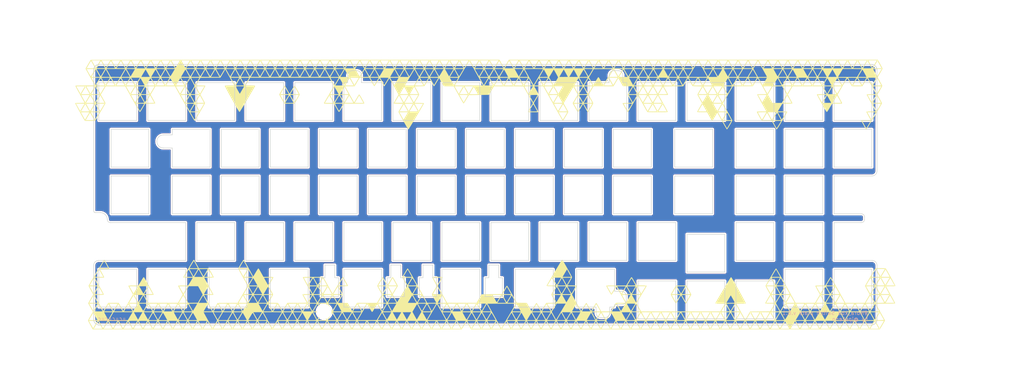
<source format=kicad_pcb>
(kicad_pcb (version 20171130) (host pcbnew "(5.1.10-1-10_14)")
  (layers (0 F.Cu signal) (31 B.Cu signal) (34 B.Paste user) (35 F.Paste user) (36 B.SilkS user) (37 F.SilkS user) (38 B.Mask user) (39 F.Mask user) (44 Edge.Cuts user))
  (net 0 "")
  (module locallib:Nora_silk (layer F.Cu) (at 155.9 31.3 180)
    (fp_text reference G*** hide)
    (fp_text value LOGO hide)
  )
  (module locallib:Nora_mask (layer F.Cu) (at 159.65 31.18 180)
    (fp_text reference G*** hide)
    (fp_text value LOGO hide)
  )
  (module locallib:Nora_mask (layer F.Cu) (at 156.88 104.2)
    (fp_text reference G*** hide)
    (fp_text value LOGO hide)
  )
  (module locallib:Nora_silk (layer F.Cu) (at 160.6 104.15)
    (fp_text reference G*** hide)
    (fp_text value LOGO hide)
  )
  (module MountingHole:MountingHole_5.3mm_M5 (layer F.Cu) (at 99.6 110.36)
    (fp_text reference REF** hide)
    (fp_text value MountingHole_5.3mm_M5)
    (pad 1 np_thru_hole circle (at 0 0) (size 5.3 5.3) (drill 5.3) (layers *.Cu *.Mask))
  )
  (gr_text JLCJLCJLCJLC (at 22.3 113.2) (layer B.SilkS) (effects (font (size 1 1)) (justify mirror)))
  (gr_text "#Nora_kbd Switch plate v.0.1\nby @jpskenn" (at 297.8 112) (layer B.SilkS) (effects (font (size 1.4 1.4) (thickness 0.16)) (justify left mirror)))
  (gr_line (start 49.086057 91.732274) (end 17.346366 91.732274) (layer Edge.Cuts) (width 0.2))
  (gr_line (start 17.976426 74.284637) (end 16.082366 74.288518) (layer Edge.Cuts) (width 0.2))
  (gr_line (start 207.856826 107.852411) (end 205.353884 107.853477) (layer Edge.Cuts) (width 0.2))
  (gr_line (start 207.855771 102.936116) (end 205.353884 102.936821) (layer Edge.Cuts) (width 0.2))
  (gr_line (start 299.193938 60.932029) (end 285.320638 60.932029) (layer Edge.Cuts) (width 0.2))
  (gr_line (start 295.267895 74.730899) (end 285.320638 74.731954) (layer Edge.Cuts) (width 0.2))
  (gr_line (start 295.26824 77.932348) (end 285.320638 77.932348) (layer Edge.Cuts) (width 0.2))
  (gr_line (start 198.591846 110.793869) (end 198.591846 108.732243) (layer Edge.Cuts) (width 0.2))
  (gr_line (start 203.596696 110.791748) (end 203.59422 108.732243) (layer Edge.Cuts) (width 0.2))
  (gr_line (start 300.957822 113.233669) (end 300.957822 93.496158) (layer Edge.Cuts) (width 0.2))
  (gr_line (start 300.957822 59.168144) (end 300.957822 22.307192) (layer Edge.Cuts) (width 0.2))
  (gr_line (start 208.418805 26.931745) (end 208.418805 24.321901) (layer Edge.Cuts) (width 0.2))
  (gr_line (start 113.153164 26.931745) (end 113.153164 24.321901) (layer Edge.Cuts) (width 0.2))
  (gr_line (start 281.254186 108.732243) (end 281.254186 94.932668) (layer Edge.Cuts) (width 0.2))
  (gr_line (start 191.554309 94.932668) (end 205.353884 94.932668) (layer Edge.Cuts) (width 0.2))
  (gr_line (start 191.554309 108.732243) (end 191.554309 94.932668) (layer Edge.Cuts) (width 0.2))
  (gr_curve (pts (xy 102.102079 110.35784) (xy 102.102079 111.740364) (xy 100.97954 112.862547) (xy 99.597355 112.862547)) (layer Edge.Cuts) (width 0.2))
  (gr_curve (pts (xy 99.597355 107.853477) (xy 100.97954 107.853477) (xy 102.102079 108.97566) (xy 102.102079 110.35784)) (layer Edge.Cuts) (width 0.2))
  (gr_curve (pts (xy 203.080923 112.040582) (xy 202.750023 112.371838) (xy 202.3013 112.557754) (xy 201.832811 112.557754)) (layer Edge.Cuts) (width 0.2))
  (gr_curve (pts (xy 203.596696 110.791748) (xy 203.597406 111.259882) (xy 203.411845 111.709326) (xy 203.080923 112.040582)) (layer Edge.Cuts) (width 0.2))
  (gr_line (start 205.353884 108.732243) (end 203.59422 108.732243) (layer Edge.Cuts) (width 0.2))
  (gr_line (start 205.353884 107.853477) (end 205.353884 108.732243) (layer Edge.Cuts) (width 0.2))
  (gr_line (start 169.230221 108.732243) (end 183.030152 108.732243) (layer Edge.Cuts) (width 0.2))
  (gr_line (start 169.230221 94.932668) (end 169.230221 108.732243) (layer Edge.Cuts) (width 0.2))
  (gr_line (start 183.030152 94.932668) (end 169.230221 94.932668) (layer Edge.Cuts) (width 0.2))
  (gr_line (start 183.030152 108.732243) (end 183.030152 94.932668) (layer Edge.Cuts) (width 0.2))
  (gr_line (start 285.312865 108.732243) (end 299.112806 108.732243) (layer Edge.Cuts) (width 0.2))
  (gr_line (start 285.312865 94.932668) (end 285.312865 108.732243) (layer Edge.Cuts) (width 0.2))
  (gr_line (start 299.112806 94.932668) (end 285.312865 94.932668) (layer Edge.Cuts) (width 0.2))
  (gr_line (start 299.112806 108.732243) (end 299.112806 94.932668) (layer Edge.Cuts) (width 0.2))
  (gr_line (start 267.454245 108.732243) (end 281.254186 108.732243) (layer Edge.Cuts) (width 0.2))
  (gr_line (start 267.454245 94.932668) (end 267.454245 108.732243) (layer Edge.Cuts) (width 0.2))
  (gr_line (start 281.254186 94.932668) (end 267.454245 94.932668) (layer Edge.Cuts) (width 0.2))
  (gr_line (start 106.723448 94.932668) (end 106.723448 108.732243) (layer Edge.Cuts) (width 0.2))
  (gr_line (start 120.523378 94.932668) (end 106.723448 94.932668) (layer Edge.Cuts) (width 0.2))
  (gr_line (start 120.523378 108.732243) (end 120.523378 94.932668) (layer Edge.Cuts) (width 0.2))
  (gr_line (start 198.591846 108.732243) (end 191.554309 108.732243) (layer Edge.Cuts) (width 0.2))
  (gr_curve (pts (xy 199.108674 112.041292) (xy 198.777751 111.710381) (xy 198.591846 111.262003) (xy 198.591846 110.793869)) (layer Edge.Cuts) (width 0.2))
  (gr_curve (pts (xy 200.35573 112.557754) (xy 199.887952 112.557754) (xy 199.439208 112.372193) (xy 199.108674 112.041292)) (layer Edge.Cuts) (width 0.2))
  (gr_line (start 201.832811 112.557754) (end 200.35573 112.557754) (layer Edge.Cuts) (width 0.2))
  (gr_line (start 231.734529 99.181865) (end 231.734529 112.98179) (layer Edge.Cuts) (width 0.2))
  (gr_curve (pts (xy 209.62 106.225404) (xy 209.62 107.199427) (xy 208.830838 107.852411) (xy 207.856826 107.852411)) (layer Edge.Cuts) (width 0.2))
  (gr_curve (pts (xy 207.855771 102.936116) (xy 208.323549 102.936116) (xy 208.772637 103.122027) (xy 209.103194 103.452583)) (layer Edge.Cuts) (width 0.2))
  (gr_line (start 205.353884 94.932668) (end 205.353884 102.936821) (layer Edge.Cuts) (width 0.2))
  (gr_line (start 227.675485 112.98179) (end 227.675485 99.181865) (layer Edge.Cuts) (width 0.2))
  (gr_line (start 263.392724 99.181865) (end 249.593149 99.181865) (layer Edge.Cuts) (width 0.2))
  (gr_line (start 134.191018 104.88168) (end 134.191018 98.031459) (layer Edge.Cuts) (width 0.2))
  (gr_line (start 140.490197 104.88168) (end 134.191018 104.88168) (layer Edge.Cuts) (width 0.2))
  (gr_line (start 140.490197 98.031459) (end 140.490197 104.88168) (layer Edge.Cuts) (width 0.2))
  (gr_line (start 139.141532 98.031459) (end 140.490197 98.031459) (layer Edge.Cuts) (width 0.2))
  (gr_line (start 139.141532 93.383272) (end 139.141532 98.031459) (layer Edge.Cuts) (width 0.2))
  (gr_line (start 135.542148 93.383272) (end 139.141532 93.383272) (layer Edge.Cuts) (width 0.2))
  (gr_line (start 159.54015 98.031459) (end 159.54015 93.383272) (layer Edge.Cuts) (width 0.2))
  (gr_line (start 158.191484 98.031459) (end 159.54015 98.031459) (layer Edge.Cuts) (width 0.2))
  (gr_line (start 158.191484 104.88168) (end 158.191484 98.031459) (layer Edge.Cuts) (width 0.2))
  (gr_line (start 164.490664 104.88168) (end 158.191484 104.88168) (layer Edge.Cuts) (width 0.2))
  (gr_line (start 245.534104 99.181865) (end 231.734529 99.181865) (layer Edge.Cuts) (width 0.2))
  (gr_line (start 62.072834 43.932062) (end 62.072834 57.731637) (layer Edge.Cuts) (width 0.2))
  (gr_line (start 75.872759 43.932062) (end 62.072834 43.932062) (layer Edge.Cuts) (width 0.2))
  (gr_line (start 75.872759 57.731637) (end 75.872759 43.932062) (layer Edge.Cuts) (width 0.2))
  (gr_line (start 79.931809 57.731637) (end 93.731384 57.731637) (layer Edge.Cuts) (width 0.2))
  (gr_line (start 79.931809 43.932062) (end 79.931809 57.731637) (layer Edge.Cuts) (width 0.2))
  (gr_line (start 93.731384 43.932062) (end 79.931809 43.932062) (layer Edge.Cuts) (width 0.2))
  (gr_line (start 93.731384 57.731637) (end 93.731384 43.932062) (layer Edge.Cuts) (width 0.2))
  (gr_line (start 97.790434 57.731637) (end 111.59001 57.731637) (layer Edge.Cuts) (width 0.2))
  (gr_line (start 97.790434 43.932062) (end 97.790434 57.731637) (layer Edge.Cuts) (width 0.2))
  (gr_line (start 111.59001 43.932062) (end 97.790434 43.932062) (layer Edge.Cuts) (width 0.2))
  (gr_line (start 111.59001 57.731637) (end 111.59001 43.932062) (layer Edge.Cuts) (width 0.2))
  (gr_line (start 169.227756 57.731637) (end 183.030152 57.731637) (layer Edge.Cuts) (width 0.2))
  (gr_line (start 169.227756 43.932062) (end 169.227756 57.731637) (layer Edge.Cuts) (width 0.2))
  (gr_line (start 183.030152 43.932062) (end 169.227756 43.932062) (layer Edge.Cuts) (width 0.2))
  (gr_line (start 183.030152 57.731637) (end 183.030152 43.932062) (layer Edge.Cuts) (width 0.2))
  (gr_line (start 133.51015 57.731637) (end 147.310081 57.731637) (layer Edge.Cuts) (width 0.2))
  (gr_line (start 133.51015 43.932062) (end 133.51015 57.731637) (layer Edge.Cuts) (width 0.2))
  (gr_line (start 147.310081 43.932062) (end 133.51015 43.932062) (layer Edge.Cuts) (width 0.2))
  (gr_line (start 147.310081 57.731637) (end 147.310081 43.932062) (layer Edge.Cuts) (width 0.2))
  (gr_line (start 151.369136 57.731637) (end 165.1687 57.731637) (layer Edge.Cuts) (width 0.2))
  (gr_line (start 151.369136 43.932062) (end 151.369136 57.731637) (layer Edge.Cuts) (width 0.2))
  (gr_line (start 165.1687 43.932062) (end 151.369136 43.932062) (layer Edge.Cuts) (width 0.2))
  (gr_line (start 165.1687 57.731637) (end 165.1687 43.932062) (layer Edge.Cuts) (width 0.2))
  (gr_line (start 187.088852 57.731637) (end 200.888771 57.731637) (layer Edge.Cuts) (width 0.2))
  (gr_line (start 187.088852 43.932062) (end 187.088852 57.731637) (layer Edge.Cuts) (width 0.2))
  (gr_line (start 200.888771 43.932062) (end 187.088852 43.932062) (layer Edge.Cuts) (width 0.2))
  (gr_line (start 200.888771 57.731637) (end 200.888771 43.932062) (layer Edge.Cuts) (width 0.2))
  (gr_line (start 267.462018 57.731637) (end 281.261593 57.731637) (layer Edge.Cuts) (width 0.2))
  (gr_line (start 267.462018 43.932062) (end 267.462018 57.731637) (layer Edge.Cuts) (width 0.2))
  (gr_line (start 281.261593 43.932062) (end 267.462018 43.932062) (layer Edge.Cuts) (width 0.2))
  (gr_line (start 281.261593 57.731637) (end 281.261593 43.932062) (layer Edge.Cuts) (width 0.2))
  (gr_line (start 213.875543 112.98179) (end 227.675485 112.98179) (layer Edge.Cuts) (width 0.2))
  (gr_line (start 93.733855 108.732243) (end 93.733855 94.932668) (layer Edge.Cuts) (width 0.2))
  (gr_line (start 142.441053 108.732243) (end 156.240629 108.732243) (layer Edge.Cuts) (width 0.2))
  (gr_line (start 142.441053 94.932668) (end 142.441053 108.732243) (layer Edge.Cuts) (width 0.2))
  (gr_line (start 156.240629 94.932668) (end 142.441053 94.932668) (layer Edge.Cuts) (width 0.2))
  (gr_line (start 156.240629 108.732243) (end 156.240629 94.932668) (layer Edge.Cuts) (width 0.2))
  (gr_line (start 106.723448 108.732243) (end 120.523378 108.732243) (layer Edge.Cuts) (width 0.2))
  (gr_line (start 245.539401 82.181901) (end 231.737005 82.181901) (layer Edge.Cuts) (width 0.2))
  (gr_line (start 245.539401 95.981471) (end 245.539401 82.181901) (layer Edge.Cuts) (width 0.2))
  (gr_line (start 135.542148 98.031459) (end 135.542148 93.383272) (layer Edge.Cuts) (width 0.2))
  (gr_line (start 134.191018 98.031459) (end 135.542148 98.031459) (layer Edge.Cuts) (width 0.2))
  (gr_line (start 79.931809 60.932029) (end 79.931809 74.731954) (layer Edge.Cuts) (width 0.2))
  (gr_line (start 93.731384 60.932029) (end 79.931809 60.932029) (layer Edge.Cuts) (width 0.2))
  (gr_line (start 93.731384 74.731954) (end 93.731384 60.932029) (layer Edge.Cuts) (width 0.2))
  (gr_line (start 97.790434 74.731954) (end 111.59001 74.731954) (layer Edge.Cuts) (width 0.2))
  (gr_line (start 97.790434 60.932029) (end 97.790434 74.731954) (layer Edge.Cuts) (width 0.2))
  (gr_line (start 111.59001 60.932029) (end 97.790434 60.932029) (layer Edge.Cuts) (width 0.2))
  (gr_line (start 111.59001 74.731954) (end 111.59001 60.932029) (layer Edge.Cuts) (width 0.2))
  (gr_line (start 245.534104 112.98179) (end 245.534104 99.181865) (layer Edge.Cuts) (width 0.2))
  (gr_line (start 88.859886 77.932348) (end 88.859886 91.732274) (layer Edge.Cuts) (width 0.2))
  (gr_line (start 102.659462 77.932348) (end 88.859886 77.932348) (layer Edge.Cuts) (width 0.2))
  (gr_line (start 102.659462 91.732274) (end 102.659462 77.932348) (layer Edge.Cuts) (width 0.2))
  (gr_line (start 53.142286 91.732274) (end 66.942211 91.732274) (layer Edge.Cuts) (width 0.2))
  (gr_line (start 53.142286 77.932348) (end 53.142286 91.732274) (layer Edge.Cuts) (width 0.2))
  (gr_line (start 66.942211 77.932348) (end 53.142286 77.932348) (layer Edge.Cuts) (width 0.2))
  (gr_line (start 66.942211 91.732274) (end 66.942211 77.932348) (layer Edge.Cuts) (width 0.2))
  (gr_line (start 71.000911 91.732274) (end 84.800836 91.732274) (layer Edge.Cuts) (width 0.2))
  (gr_line (start 71.000911 77.932348) (end 71.000911 91.732274) (layer Edge.Cuts) (width 0.2))
  (gr_line (start 84.800836 77.932348) (end 71.000911 77.932348) (layer Edge.Cuts) (width 0.2))
  (gr_line (start 84.800836 91.732274) (end 84.800836 77.932348) (layer Edge.Cuts) (width 0.2))
  (gr_line (start 122.471413 104.88168) (end 122.471413 98.031459) (layer Edge.Cuts) (width 0.2))
  (gr_line (start 128.773069 104.88168) (end 122.471413 104.88168) (layer Edge.Cuts) (width 0.2))
  (gr_line (start 128.773069 98.031459) (end 128.773069 104.88168) (layer Edge.Cuts) (width 0.2))
  (gr_line (start 127.421928 98.031459) (end 128.773069 98.031459) (layer Edge.Cuts) (width 0.2))
  (gr_line (start 127.421928 93.383272) (end 127.421928 98.031459) (layer Edge.Cuts) (width 0.2))
  (gr_line (start 123.822899 93.383272) (end 127.421928 93.383272) (layer Edge.Cuts) (width 0.2))
  (gr_line (start 99.822427 98.031459) (end 99.822427 93.383272) (layer Edge.Cuts) (width 0.2))
  (gr_line (start 98.473762 98.031459) (end 99.822427 98.031459) (layer Edge.Cuts) (width 0.2))
  (gr_line (start 169.227756 74.731954) (end 183.030152 74.731954) (layer Edge.Cuts) (width 0.2))
  (gr_line (start 169.227756 60.932029) (end 169.227756 74.731954) (layer Edge.Cuts) (width 0.2))
  (gr_line (start 183.030152 60.932029) (end 169.227756 60.932029) (layer Edge.Cuts) (width 0.2))
  (gr_line (start 183.030152 74.731954) (end 183.030152 60.932029) (layer Edge.Cuts) (width 0.2))
  (gr_line (start 267.462018 91.732274) (end 281.261593 91.732274) (layer Edge.Cuts) (width 0.2))
  (gr_line (start 267.462018 77.932348) (end 267.462018 91.732274) (layer Edge.Cuts) (width 0.2))
  (gr_line (start 281.261593 77.932348) (end 267.462018 77.932348) (layer Edge.Cuts) (width 0.2))
  (gr_line (start 281.261593 91.732274) (end 281.261593 77.932348) (layer Edge.Cuts) (width 0.2))
  (gr_line (start 249.603376 91.732274) (end 263.402952 91.732274) (layer Edge.Cuts) (width 0.2))
  (gr_line (start 249.603376 77.932348) (end 249.603376 91.732274) (layer Edge.Cuts) (width 0.2))
  (gr_line (start 263.402952 77.932348) (end 249.603376 77.932348) (layer Edge.Cuts) (width 0.2))
  (gr_line (start 263.402952 91.732274) (end 263.402952 77.932348) (layer Edge.Cuts) (width 0.2))
  (gr_line (start 88.859886 91.732274) (end 102.659462 91.732274) (layer Edge.Cuts) (width 0.2))
  (gr_curve (pts (xy 97.092643 110.35784) (xy 97.092643 108.97566) (xy 98.215176 107.853477) (xy 99.597355 107.853477)) (layer Edge.Cuts) (width 0.2))
  (gr_curve (pts (xy 99.597355 112.862547) (xy 98.215176 112.862547) (xy 97.092643 111.740364) (xy 97.092643 110.35784)) (layer Edge.Cuts) (width 0.2))
  (gr_line (start 191.958223 91.732274) (end 191.958223 77.932348) (layer Edge.Cuts) (width 0.2))
  (gr_line (start 196.016923 91.732274) (end 209.816865 91.732274) (layer Edge.Cuts) (width 0.2))
  (gr_line (start 196.016923 77.932348) (end 196.016923 91.732274) (layer Edge.Cuts) (width 0.2))
  (gr_line (start 209.816865 77.932348) (end 196.016923 77.932348) (layer Edge.Cuts) (width 0.2))
  (gr_line (start 209.816865 91.732274) (end 209.816865 77.932348) (layer Edge.Cuts) (width 0.2))
  (gr_line (start 160.297208 91.732274) (end 174.096783 91.732274) (layer Edge.Cuts) (width 0.2))
  (gr_line (start 160.297208 77.932348) (end 160.297208 91.732274) (layer Edge.Cuts) (width 0.2))
  (gr_line (start 174.096783 77.932348) (end 160.297208 77.932348) (layer Edge.Cuts) (width 0.2))
  (gr_line (start 174.096783 91.732274) (end 174.096783 77.932348) (layer Edge.Cuts) (width 0.2))
  (gr_line (start 124.579602 91.732274) (end 138.379533 91.732274) (layer Edge.Cuts) (width 0.2))
  (gr_line (start 124.579602 77.932348) (end 124.579602 91.732274) (layer Edge.Cuts) (width 0.2))
  (gr_line (start 138.379533 77.932348) (end 124.579602 77.932348) (layer Edge.Cuts) (width 0.2))
  (gr_line (start 138.379533 91.732274) (end 138.379533 77.932348) (layer Edge.Cuts) (width 0.2))
  (gr_line (start 142.438233 91.732274) (end 156.238152 91.732274) (layer Edge.Cuts) (width 0.2))
  (gr_line (start 142.438233 77.932348) (end 142.438233 91.732274) (layer Edge.Cuts) (width 0.2))
  (gr_line (start 156.238152 77.932348) (end 142.438233 77.932348) (layer Edge.Cuts) (width 0.2))
  (gr_line (start 156.238152 91.732274) (end 156.238152 77.932348) (layer Edge.Cuts) (width 0.2))
  (gr_line (start 106.718517 91.732274) (end 120.518081 91.732274) (layer Edge.Cuts) (width 0.2))
  (gr_line (start 106.718517 77.932348) (end 106.718517 91.732274) (layer Edge.Cuts) (width 0.2))
  (gr_line (start 120.518081 77.932348) (end 106.718517 77.932348) (layer Edge.Cuts) (width 0.2))
  (gr_line (start 120.518081 91.732274) (end 120.518081 77.932348) (layer Edge.Cuts) (width 0.2))
  (gr_line (start 213.875543 91.732274) (end 227.675485 91.732274) (layer Edge.Cuts) (width 0.2))
  (gr_line (start 213.875543 77.932348) (end 213.875543 91.732274) (layer Edge.Cuts) (width 0.2))
  (gr_line (start 227.675485 77.932348) (end 213.875543 77.932348) (layer Edge.Cuts) (width 0.2))
  (gr_line (start 227.675485 91.732274) (end 227.675485 77.932348) (layer Edge.Cuts) (width 0.2))
  (gr_line (start 231.737005 95.981471) (end 245.539401 95.981471) (layer Edge.Cuts) (width 0.2))
  (gr_line (start 231.737005 82.181901) (end 231.737005 95.981471) (layer Edge.Cuts) (width 0.2))
  (gr_line (start 103.421461 98.031459) (end 104.772947 98.031459) (layer Edge.Cuts) (width 0.2))
  (gr_line (start 103.421461 93.383272) (end 103.421461 98.031459) (layer Edge.Cuts) (width 0.2))
  (gr_line (start 99.822427 93.383272) (end 103.421461 93.383272) (layer Edge.Cuts) (width 0.2))
  (gr_line (start 57.610203 108.732243) (end 71.410128 108.732243) (layer Edge.Cuts) (width 0.2))
  (gr_line (start 57.610203 94.932668) (end 57.610203 108.732243) (layer Edge.Cuts) (width 0.2))
  (gr_line (start 98.473762 104.88168) (end 98.473762 98.031459) (layer Edge.Cuts) (width 0.2))
  (gr_line (start 104.772947 104.88168) (end 98.473762 104.88168) (layer Edge.Cuts) (width 0.2))
  (gr_line (start 104.772947 98.031459) (end 104.772947 104.88168) (layer Edge.Cuts) (width 0.2))
  (gr_line (start 285.320638 57.731637) (end 299.120557 57.731637) (layer Edge.Cuts) (width 0.2))
  (gr_line (start 285.320638 43.932062) (end 285.320638 57.731637) (layer Edge.Cuts) (width 0.2))
  (gr_line (start 299.120557 43.932062) (end 285.320638 43.932062) (layer Edge.Cuts) (width 0.2))
  (gr_line (start 299.120557 57.731637) (end 299.120557 43.932062) (layer Edge.Cuts) (width 0.2))
  (gr_line (start 204.947471 57.731637) (end 218.747391 57.731637) (layer Edge.Cuts) (width 0.2))
  (gr_line (start 204.947471 43.932062) (end 204.947471 57.731637) (layer Edge.Cuts) (width 0.2))
  (gr_line (start 218.747391 43.932062) (end 204.947471 43.932062) (layer Edge.Cuts) (width 0.2))
  (gr_line (start 249.603376 74.731954) (end 263.402952 74.731954) (layer Edge.Cuts) (width 0.2))
  (gr_line (start 249.603376 60.932029) (end 249.603376 74.731954) (layer Edge.Cuts) (width 0.2))
  (gr_line (start 263.402952 60.932029) (end 249.603376 60.932029) (layer Edge.Cuts) (width 0.2))
  (gr_line (start 263.402952 74.731954) (end 263.402952 60.932029) (layer Edge.Cuts) (width 0.2))
  (gr_line (start 62.072834 74.731954) (end 75.872759 74.731954) (layer Edge.Cuts) (width 0.2))
  (gr_line (start 62.072834 60.932029) (end 62.072834 74.731954) (layer Edge.Cuts) (width 0.2))
  (gr_line (start 75.872759 60.932029) (end 62.072834 60.932029) (layer Edge.Cuts) (width 0.2))
  (gr_line (start 75.872759 74.731954) (end 75.872759 60.932029) (layer Edge.Cuts) (width 0.2))
  (gr_line (start 44.214206 74.731954) (end 58.014134 74.731954) (layer Edge.Cuts) (width 0.2))
  (gr_line (start 44.214206 60.932029) (end 44.214206 74.731954) (layer Edge.Cuts) (width 0.2))
  (gr_line (start 58.014134 60.932029) (end 44.214206 60.932029) (layer Edge.Cuts) (width 0.2))
  (gr_line (start 58.014134 74.731954) (end 58.014134 60.932029) (layer Edge.Cuts) (width 0.2))
  (gr_line (start 79.931809 74.731954) (end 93.731384 74.731954) (layer Edge.Cuts) (width 0.2))
  (gr_line (start 218.747391 57.731637) (end 218.747391 43.932062) (layer Edge.Cuts) (width 0.2))
  (gr_line (start 115.65153 57.731637) (end 129.45145 57.731637) (layer Edge.Cuts) (width 0.2))
  (gr_line (start 115.65153 43.932062) (end 115.65153 57.731637) (layer Edge.Cuts) (width 0.2))
  (gr_line (start 129.45145 43.932062) (end 115.65153 43.932062) (layer Edge.Cuts) (width 0.2))
  (gr_line (start 129.45145 57.731637) (end 129.45145 43.932062) (layer Edge.Cuts) (width 0.2))
  (gr_line (start 249.603376 57.731637) (end 263.402952 57.731637) (layer Edge.Cuts) (width 0.2))
  (gr_line (start 249.603376 43.932062) (end 249.603376 57.731637) (layer Edge.Cuts) (width 0.2))
  (gr_line (start 263.402952 43.932062) (end 249.603376 43.932062) (layer Edge.Cuts) (width 0.2))
  (gr_line (start 263.402952 57.731637) (end 263.402952 43.932062) (layer Edge.Cuts) (width 0.2))
  (gr_line (start 21.892955 74.731954) (end 35.692528 74.731954) (layer Edge.Cuts) (width 0.2))
  (gr_line (start 21.892955 60.932029) (end 21.892955 74.731954) (layer Edge.Cuts) (width 0.2))
  (gr_line (start 35.692528 60.932029) (end 21.892955 60.932029) (layer Edge.Cuts) (width 0.2))
  (gr_line (start 35.692528 74.731954) (end 35.692528 60.932029) (layer Edge.Cuts) (width 0.2))
  (gr_line (start 227.276845 74.731954) (end 241.07642 74.731954) (layer Edge.Cuts) (width 0.2))
  (gr_line (start 227.276845 60.932029) (end 227.276845 74.731954) (layer Edge.Cuts) (width 0.2))
  (gr_line (start 241.07642 60.932029) (end 227.276845 60.932029) (layer Edge.Cuts) (width 0.2))
  (gr_line (start 241.07642 74.731954) (end 241.07642 60.932029) (layer Edge.Cuts) (width 0.2))
  (gr_line (start 267.462018 74.731954) (end 281.261593 74.731954) (layer Edge.Cuts) (width 0.2))
  (gr_line (start 267.462018 60.932029) (end 267.462018 74.731954) (layer Edge.Cuts) (width 0.2))
  (gr_line (start 281.261593 60.932029) (end 267.462018 60.932029) (layer Edge.Cuts) (width 0.2))
  (gr_line (start 281.261593 74.731954) (end 281.261593 60.932029) (layer Edge.Cuts) (width 0.2))
  (gr_line (start 200.888771 74.731954) (end 200.888771 60.932029) (layer Edge.Cuts) (width 0.2))
  (gr_line (start 204.947471 74.731954) (end 218.747391 74.731954) (layer Edge.Cuts) (width 0.2))
  (gr_line (start 204.947471 60.932029) (end 204.947471 74.731954) (layer Edge.Cuts) (width 0.2))
  (gr_line (start 218.747391 60.932029) (end 204.947471 60.932029) (layer Edge.Cuts) (width 0.2))
  (gr_line (start 218.747391 74.731954) (end 218.747391 60.932029) (layer Edge.Cuts) (width 0.2))
  (gr_line (start 71.410128 94.932668) (end 57.610203 94.932668) (layer Edge.Cuts) (width 0.2))
  (gr_line (start 71.410128 108.732243) (end 71.410128 94.932668) (layer Edge.Cuts) (width 0.2))
  (gr_line (start 17.425036 108.732243) (end 31.22461 108.732243) (layer Edge.Cuts) (width 0.2))
  (gr_line (start 17.425036 94.932668) (end 17.425036 108.732243) (layer Edge.Cuts) (width 0.2))
  (gr_line (start 31.22461 94.932668) (end 17.425036 94.932668) (layer Edge.Cuts) (width 0.2))
  (gr_line (start 31.22461 108.732243) (end 31.22461 94.932668) (layer Edge.Cuts) (width 0.2))
  (gr_line (start 35.286129 108.732243) (end 49.086057 108.732243) (layer Edge.Cuts) (width 0.2))
  (gr_line (start 35.286129 94.932668) (end 35.286129 108.732243) (layer Edge.Cuts) (width 0.2))
  (gr_line (start 49.086057 94.932668) (end 35.286129 94.932668) (layer Edge.Cuts) (width 0.2))
  (gr_line (start 49.086057 108.732243) (end 49.086057 94.932668) (layer Edge.Cuts) (width 0.2))
  (gr_line (start 79.93428 108.732243) (end 93.733855 108.732243) (layer Edge.Cuts) (width 0.2))
  (gr_line (start 79.93428 94.932668) (end 79.93428 108.732243) (layer Edge.Cuts) (width 0.2))
  (gr_line (start 93.733855 94.932668) (end 79.93428 94.932668) (layer Edge.Cuts) (width 0.2))
  (gr_line (start 178.155838 91.732274) (end 191.958223 91.732274) (layer Edge.Cuts) (width 0.2))
  (gr_line (start 178.155838 77.932348) (end 178.155838 91.732274) (layer Edge.Cuts) (width 0.2))
  (gr_line (start 191.958223 77.932348) (end 178.155838 77.932348) (layer Edge.Cuts) (width 0.2))
  (gr_line (start 164.490664 98.031459) (end 164.490664 104.88168) (layer Edge.Cuts) (width 0.2))
  (gr_line (start 163.141999 98.031459) (end 164.490664 98.031459) (layer Edge.Cuts) (width 0.2))
  (gr_line (start 163.141999 93.383272) (end 163.141999 98.031459) (layer Edge.Cuts) (width 0.2))
  (gr_line (start 159.54015 93.383272) (end 163.141999 93.383272) (layer Edge.Cuts) (width 0.2))
  (gr_line (start 123.822899 98.031459) (end 123.822899 93.383272) (layer Edge.Cuts) (width 0.2))
  (gr_line (start 122.471413 98.031459) (end 123.822899 98.031459) (layer Edge.Cuts) (width 0.2))
  (gr_line (start 115.65153 74.731954) (end 129.45145 74.731954) (layer Edge.Cuts) (width 0.2))
  (gr_line (start 115.65153 60.932029) (end 115.65153 74.731954) (layer Edge.Cuts) (width 0.2))
  (gr_line (start 129.45145 60.932029) (end 115.65153 60.932029) (layer Edge.Cuts) (width 0.2))
  (gr_line (start 129.45145 74.731954) (end 129.45145 60.932029) (layer Edge.Cuts) (width 0.2))
  (gr_line (start 133.51015 74.731954) (end 147.310081 74.731954) (layer Edge.Cuts) (width 0.2))
  (gr_line (start 133.51015 60.932029) (end 133.51015 74.731954) (layer Edge.Cuts) (width 0.2))
  (gr_line (start 147.310081 60.932029) (end 133.51015 60.932029) (layer Edge.Cuts) (width 0.2))
  (gr_line (start 147.310081 74.731954) (end 147.310081 60.932029) (layer Edge.Cuts) (width 0.2))
  (gr_line (start 151.369136 74.731954) (end 165.1687 74.731954) (layer Edge.Cuts) (width 0.2))
  (gr_line (start 151.369136 60.932029) (end 151.369136 74.731954) (layer Edge.Cuts) (width 0.2))
  (gr_line (start 165.1687 60.932029) (end 151.369136 60.932029) (layer Edge.Cuts) (width 0.2))
  (gr_line (start 165.1687 74.731954) (end 165.1687 60.932029) (layer Edge.Cuts) (width 0.2))
  (gr_line (start 187.088852 74.731954) (end 200.888771 74.731954) (layer Edge.Cuts) (width 0.2))
  (gr_line (start 187.088852 60.932029) (end 187.088852 74.731954) (layer Edge.Cuts) (width 0.2))
  (gr_line (start 200.888771 60.932029) (end 187.088852 60.932029) (layer Edge.Cuts) (width 0.2))
  (gr_line (start 109.880805 22.558017) (end 111.389279 22.558017) (layer Edge.Cuts) (width 0.2))
  (gr_curve (pts (xy 108.116921 24.321901) (xy 108.116921 23.347884) (xy 108.906782 22.558017) (xy 109.880805 22.558017)) (layer Edge.Cuts) (width 0.2))
  (gr_line (start 108.116921 26.931745) (end 108.116921 24.321901) (layer Edge.Cuts) (width 0.2))
  (gr_line (start 106.723448 26.931745) (end 108.116921 26.931745) (layer Edge.Cuts) (width 0.2))
  (gr_line (start 106.723448 40.73167) (end 106.723448 26.931745) (layer Edge.Cuts) (width 0.2))
  (gr_line (start 120.523378 40.73167) (end 106.723448 40.73167) (layer Edge.Cuts) (width 0.2))
  (gr_line (start 120.523378 26.931745) (end 120.523378 40.73167) (layer Edge.Cuts) (width 0.2))
  (gr_line (start 142.441053 40.73167) (end 156.240629 40.73167) (layer Edge.Cuts) (width 0.2))
  (gr_line (start 142.441053 26.931745) (end 142.441053 40.73167) (layer Edge.Cuts) (width 0.2))
  (gr_line (start 156.240629 26.931745) (end 142.441053 26.931745) (layer Edge.Cuts) (width 0.2))
  (gr_line (start 156.240629 40.73167) (end 156.240629 26.931745) (layer Edge.Cuts) (width 0.2))
  (gr_line (start 160.299673 40.73167) (end 174.102069 40.73167) (layer Edge.Cuts) (width 0.2))
  (gr_line (start 160.299673 26.931745) (end 160.299673 40.73167) (layer Edge.Cuts) (width 0.2))
  (gr_line (start 174.102069 26.931745) (end 160.299673 26.931745) (layer Edge.Cuts) (width 0.2))
  (gr_line (start 174.102069 40.73167) (end 174.102069 26.931745) (layer Edge.Cuts) (width 0.2))
  (gr_line (start 227.276845 57.731637) (end 241.07642 57.731637) (layer Edge.Cuts) (width 0.2))
  (gr_line (start 227.276845 43.932062) (end 227.276845 57.731637) (layer Edge.Cuts) (width 0.2))
  (gr_line (start 241.07642 43.932062) (end 227.276845 43.932062) (layer Edge.Cuts) (width 0.2))
  (gr_line (start 241.07642 57.731637) (end 241.07642 43.932062) (layer Edge.Cuts) (width 0.2))
  (gr_line (start 21.892955 57.731637) (end 35.692528 57.731637) (layer Edge.Cuts) (width 0.2))
  (gr_line (start 21.892955 43.932062) (end 21.892955 57.731637) (layer Edge.Cuts) (width 0.2))
  (gr_line (start 35.692528 43.932062) (end 21.892955 43.932062) (layer Edge.Cuts) (width 0.2))
  (gr_line (start 35.692528 57.731637) (end 35.692528 43.932062) (layer Edge.Cuts) (width 0.2))
  (gr_line (start 62.072834 57.731637) (end 75.872759 57.731637) (layer Edge.Cuts) (width 0.2))
  (gr_line (start 49.086057 26.931745) (end 35.286129 26.931745) (layer Edge.Cuts) (width 0.2))
  (gr_line (start 49.086057 40.73167) (end 49.086057 26.931745) (layer Edge.Cuts) (width 0.2))
  (gr_line (start 17.425036 40.73167) (end 31.22461 40.73167) (layer Edge.Cuts) (width 0.2))
  (gr_line (start 17.425036 26.931745) (end 17.425036 40.73167) (layer Edge.Cuts) (width 0.2))
  (gr_line (start 31.22461 26.931745) (end 17.425036 26.931745) (layer Edge.Cuts) (width 0.2))
  (gr_line (start 31.22461 40.73167) (end 31.22461 26.931745) (layer Edge.Cuts) (width 0.2))
  (gr_line (start 71.003732 40.73167) (end 84.803307 40.73167) (layer Edge.Cuts) (width 0.2))
  (gr_line (start 71.003732 26.931745) (end 71.003732 40.73167) (layer Edge.Cuts) (width 0.2))
  (gr_line (start 84.803307 26.931745) (end 71.003732 26.931745) (layer Edge.Cuts) (width 0.2))
  (gr_line (start 84.803307 40.73167) (end 84.803307 26.931745) (layer Edge.Cuts) (width 0.2))
  (gr_line (start 178.160769 40.73167) (end 191.9607 40.73167) (layer Edge.Cuts) (width 0.2))
  (gr_line (start 178.160769 26.931745) (end 178.160769 40.73167) (layer Edge.Cuts) (width 0.2))
  (gr_line (start 191.9607 26.931745) (end 178.160769 26.931745) (layer Edge.Cuts) (width 0.2))
  (gr_line (start 300.901732 21.840116) (end 300.932781 21.993926) (layer Edge.Cuts) (width 0.2))
  (gr_line (start 300.859745 21.688069) (end 300.901732 21.840116) (layer Edge.Cuts) (width 0.2))
  (gr_line (start 300.80471 21.540961) (end 300.859745 21.688069) (layer Edge.Cuts) (width 0.2))
  (gr_line (start 300.739813 21.399145) (end 300.80471 21.540961) (layer Edge.Cuts) (width 0.2))
  (gr_line (start 300.662901 21.261914) (end 300.739813 21.399145) (layer Edge.Cuts) (width 0.2))
  (gr_line (start 300.576817 21.131034) (end 300.662901 21.261914) (layer Edge.Cuts) (width 0.2))
  (gr_line (start 300.477685 21.007915) (end 300.576817 21.131034) (layer Edge.Cuts) (width 0.2))
  (gr_line (start 300.371856 20.892204) (end 300.477685 21.007915) (layer Edge.Cuts) (width 0.2))
  (gr_line (start 300.2558 20.786018) (end 300.371856 20.892204) (layer Edge.Cuts) (width 0.2))
  (gr_line (start 300.132681 20.687946) (end 300.2558 20.786018) (layer Edge.Cuts) (width 0.2))
  (gr_line (start 300.001789 20.601163) (end 300.132681 20.687946) (layer Edge.Cuts) (width 0.2))
  (gr_line (start 227.677939 40.73167) (end 227.677939 26.931745) (layer Edge.Cuts) (width 0.2))
  (gr_line (start 53.144754 40.73167) (end 66.944682 40.73167) (layer Edge.Cuts) (width 0.2))
  (gr_line (start 53.144754 26.931745) (end 53.144754 40.73167) (layer Edge.Cuts) (width 0.2))
  (gr_line (start 66.944682 26.931745) (end 53.144754 26.931745) (layer Edge.Cuts) (width 0.2))
  (gr_line (start 66.944682 40.73167) (end 66.944682 26.931745) (layer Edge.Cuts) (width 0.2))
  (gr_line (start 231.737005 40.73167) (end 245.539401 40.73167) (layer Edge.Cuts) (width 0.2))
  (gr_line (start 231.737005 26.931745) (end 231.737005 40.73167) (layer Edge.Cuts) (width 0.2))
  (gr_line (start 102.661927 40.73167) (end 102.661927 26.931745) (layer Edge.Cuts) (width 0.2))
  (gr_line (start 124.582078 40.73167) (end 138.381998 40.73167) (layer Edge.Cuts) (width 0.2))
  (gr_line (start 124.582078 26.931745) (end 124.582078 40.73167) (layer Edge.Cuts) (width 0.2))
  (gr_line (start 138.381998 26.931745) (end 124.582078 26.931745) (layer Edge.Cuts) (width 0.2))
  (gr_line (start 138.381998 40.73167) (end 138.381998 26.931745) (layer Edge.Cuts) (width 0.2))
  (gr_line (start 113.153164 26.931745) (end 120.523378 26.931745) (layer Edge.Cuts) (width 0.2))
  (gr_curve (pts (xy 111.389279 22.558017) (xy 112.363647 22.558017) (xy 113.153164 23.347884) (xy 113.153164 24.321901)) (layer Edge.Cuts) (width 0.2))
  (gr_line (start 249.593149 112.98179) (end 263.392724 112.98179) (layer Edge.Cuts) (width 0.2))
  (gr_curve (pts (xy 20.543583 76.847205) (xy 20.543583 76.846855) (xy 20.543583 76.846855) (xy 20.543583 76.8465)) (layer Edge.Cuts) (width 0.2))
  (gr_curve (pts (xy 21.628725 77.932348) (xy 21.029357 77.932348) (xy 20.543583 77.446575) (xy 20.543583 76.847205)) (layer Edge.Cuts) (width 0.2))
  (gr_line (start 208.418805 26.931745) (end 209.819319 26.931745) (layer Edge.Cuts) (width 0.2))
  (gr_curve (pts (xy 207.902344 23.074835) (xy 208.233244 23.405387) (xy 208.418805 23.854119) (xy 208.418805 24.321901)) (layer Edge.Cuts) (width 0.2))
  (gr_curve (pts (xy 206.654921 22.558017) (xy 207.123044 22.558017) (xy 207.571422 22.74393) (xy 207.902344 23.074835)) (layer Edge.Cuts) (width 0.2))
  (gr_line (start 205.111156 22.558017) (end 206.654921 22.558017) (layer Edge.Cuts) (width 0.2))
  (gr_curve (pts (xy 203.864099 23.074835) (xy 204.194655 22.74393) (xy 204.643378 22.558017) (xy 205.111156 22.558017)) (layer Edge.Cuts) (width 0.2))
  (gr_curve (pts (xy 203.347272 24.321901) (xy 203.347272 23.854119) (xy 203.533199 23.405387) (xy 203.864099 23.074835)) (layer Edge.Cuts) (width 0.2))
  (gr_line (start 203.347272 26.931745) (end 203.347272 24.321901) (layer Edge.Cuts) (width 0.2))
  (gr_line (start 196.0194 26.931745) (end 203.347272 26.931745) (layer Edge.Cuts) (width 0.2))
  (gr_line (start 15.58354 22.307192) (end 15.589537 22.150207) (layer Edge.Cuts) (width 0.2))
  (gr_line (start 15.582482 73.78863) (end 15.58354 22.307192) (layer Edge.Cuts) (width 0.2))
  (gr_line (start 15.728884 74.142112) (end 15.582482 73.78863) (layer Edge.Cuts) (width 0.2))
  (gr_line (start 16.082366 74.288518) (end 15.728884 74.142112) (layer Edge.Cuts) (width 0.2))
  (gr_curve (pts (xy 19.79111 75.033227) (xy 19.309569 74.55239) (xy 18.656579 74.283226) (xy 17.976426 74.284637)) (layer Edge.Cuts) (width 0.2))
  (gr_curve (pts (xy 20.543583 76.8465) (xy 20.543583 76.165993) (xy 20.273003 75.513709) (xy 19.79111 75.033227)) (layer Edge.Cuts) (width 0.2))
  (gr_line (start 16.168444 20.892204) (end 16.284507 20.786018) (layer Edge.Cuts) (width 0.2))
  (gr_line (start 16.062611 21.007915) (end 16.168444 20.892204) (layer Edge.Cuts) (width 0.2))
  (gr_line (start 15.964539 21.131034) (end 16.062611 21.007915) (layer Edge.Cuts) (width 0.2))
  (gr_line (start 15.877403 21.261914) (end 15.964539 21.131034) (layer Edge.Cuts) (width 0.2))
  (gr_line (start 15.800498 21.399145) (end 15.877403 21.261914) (layer Edge.Cuts) (width 0.2))
  (gr_line (start 15.735587 21.540961) (end 15.800498 21.399145) (layer Edge.Cuts) (width 0.2))
  (gr_line (start 15.680554 21.688069) (end 15.735587 21.540961) (layer Edge.Cuts) (width 0.2))
  (gr_line (start 15.638573 21.840116) (end 15.680554 21.688069) (layer Edge.Cuts) (width 0.2))
  (gr_line (start 15.607529 21.993926) (end 15.638573 21.840116) (layer Edge.Cuts) (width 0.2))
  (gr_line (start 15.589537 22.150207) (end 15.607529 21.993926) (layer Edge.Cuts) (width 0.2))
  (gr_line (start 17.116356 20.361981) (end 17.270519 20.330936) (layer Edge.Cuts) (width 0.2))
  (gr_line (start 16.964662 20.403961) (end 17.116356 20.361981) (layer Edge.Cuts) (width 0.2))
  (gr_line (start 16.817554 20.458994) (end 16.964662 20.403961) (layer Edge.Cuts) (width 0.2))
  (gr_line (start 16.675385 20.523905) (end 16.817554 20.458994) (layer Edge.Cuts) (width 0.2))
  (gr_line (start 299.864912 20.523905) (end 300.001789 20.601163) (layer Edge.Cuts) (width 0.2))
  (gr_line (start 299.722759 20.458994) (end 299.864912 20.523905) (layer Edge.Cuts) (width 0.2))
  (gr_line (start 299.576708 20.403961) (end 299.722759 20.458994) (layer Edge.Cuts) (width 0.2))
  (gr_line (start 299.42394 20.361981) (end 299.576708 20.403961) (layer Edge.Cuts) (width 0.2))
  (gr_line (start 299.269794 20.330936) (end 299.42394 20.361981) (layer Edge.Cuts) (width 0.2))
  (gr_line (start 299.113861 20.312945) (end 299.269794 20.330936) (layer Edge.Cuts) (width 0.2))
  (gr_line (start 298.957928 20.306947) (end 299.113861 20.312945) (layer Edge.Cuts) (width 0.2))
  (gr_line (start 17.583432 20.305889) (end 298.957928 20.306947) (layer Edge.Cuts) (width 0.2))
  (gr_line (start 17.426447 20.312945) (end 17.583432 20.305889) (layer Edge.Cuts) (width 0.2))
  (gr_line (start 17.270519 20.330936) (end 17.426447 20.312945) (layer Edge.Cuts) (width 0.2))
  (gr_line (start 16.538507 20.601163) (end 16.675385 20.523905) (layer Edge.Cuts) (width 0.2))
  (gr_line (start 16.407627 20.687946) (end 16.538507 20.601163) (layer Edge.Cuts) (width 0.2))
  (gr_line (start 16.284507 20.786018) (end 16.407627 20.687946) (layer Edge.Cuts) (width 0.2))
  (gr_line (start 196.0194 40.73167) (end 196.0194 26.931745) (layer Edge.Cuts) (width 0.2))
  (gr_line (start 209.819319 40.73167) (end 196.0194 40.73167) (layer Edge.Cuts) (width 0.2))
  (gr_line (start 209.819319 26.931745) (end 209.819319 40.73167) (layer Edge.Cuts) (width 0.2))
  (gr_line (start 249.598101 40.73167) (end 263.398021 40.73167) (layer Edge.Cuts) (width 0.2))
  (gr_line (start 249.598101 26.931745) (end 249.598101 40.73167) (layer Edge.Cuts) (width 0.2))
  (gr_line (start 263.398021 26.931745) (end 249.598101 26.931745) (layer Edge.Cuts) (width 0.2))
  (gr_line (start 263.398021 40.73167) (end 263.398021 26.931745) (layer Edge.Cuts) (width 0.2))
  (gr_line (start 213.878385 40.73167) (end 227.677939 40.73167) (layer Edge.Cuts) (width 0.2))
  (gr_line (start 213.878385 26.931745) (end 213.878385 40.73167) (layer Edge.Cuts) (width 0.2))
  (gr_line (start 227.677939 26.931745) (end 213.878385 26.931745) (layer Edge.Cuts) (width 0.2))
  (gr_line (start 249.593149 99.181865) (end 249.593149 112.98179) (layer Edge.Cuts) (width 0.2))
  (gr_line (start 299.42394 115.177828) (end 299.269794 115.207812) (layer Edge.Cuts) (width 0.2))
  (gr_line (start 299.576708 115.135841) (end 299.42394 115.177828) (layer Edge.Cuts) (width 0.2))
  (gr_line (start 299.722759 115.079751) (end 299.576708 115.135841) (layer Edge.Cuts) (width 0.2))
  (gr_line (start 299.864912 115.014844) (end 299.722759 115.079751) (layer Edge.Cuts) (width 0.2))
  (gr_line (start 300.001789 114.937943) (end 299.864912 115.014844) (layer Edge.Cuts) (width 0.2))
  (gr_line (start 300.132681 114.850804) (end 300.001789 114.937943) (layer Edge.Cuts) (width 0.2))
  (gr_line (start 300.2558 114.752726) (end 300.132681 114.850804) (layer Edge.Cuts) (width 0.2))
  (gr_line (start 300.371856 114.647953) (end 300.2558 114.752726) (layer Edge.Cuts) (width 0.2))
  (gr_line (start 300.477685 114.531896) (end 300.371856 114.647953) (layer Edge.Cuts) (width 0.2))
  (gr_line (start 300.576817 114.407712) (end 300.477685 114.531896) (layer Edge.Cuts) (width 0.2))
  (gr_line (start 300.662901 114.276831) (end 300.576817 114.407712) (layer Edge.Cuts) (width 0.2))
  (gr_line (start 300.739813 114.139953) (end 300.662901 114.276831) (layer Edge.Cuts) (width 0.2))
  (gr_line (start 300.80471 113.998844) (end 300.739813 114.139953) (layer Edge.Cuts) (width 0.2))
  (gr_line (start 300.859745 113.850684) (end 300.80471 113.998844) (layer Edge.Cuts) (width 0.2))
  (gr_line (start 300.901732 113.698982) (end 300.859745 113.850684) (layer Edge.Cuts) (width 0.2))
  (gr_line (start 300.932781 113.544825) (end 300.901732 113.698982) (layer Edge.Cuts) (width 0.2))
  (gr_line (start 300.951836 113.388892) (end 300.932781 113.544825) (layer Edge.Cuts) (width 0.2))
  (gr_line (start 300.957822 113.233669) (end 300.951836 113.388892) (layer Edge.Cuts) (width 0.2))
  (gr_curve (pts (xy 300.441361 92.248741) (xy 300.771917 92.579647) (xy 300.957822 93.028375) (xy 300.957822 93.496158)) (layer Edge.Cuts) (width 0.2))
  (gr_curve (pts (xy 299.193938 91.732274) (xy 299.661716 91.732274) (xy 300.11046 91.917835) (xy 300.441361 92.248741)) (layer Edge.Cuts) (width 0.2))
  (gr_line (start 285.320638 91.732274) (end 299.193938 91.732274) (layer Edge.Cuts) (width 0.2))
  (gr_line (start 285.320638 77.932348) (end 285.320638 91.732274) (layer Edge.Cuts) (width 0.2))
  (gr_curve (pts (xy 296.084919 77.594035) (xy 295.868309 77.81064) (xy 295.574443 77.932348) (xy 295.26824 77.932348)) (layer Edge.Cuts) (width 0.2))
  (gr_curve (pts (xy 296.422882 76.777356) (xy 296.422882 77.08392) (xy 296.301529 77.377431) (xy 296.084919 77.594035)) (layer Edge.Cuts) (width 0.2))
  (gr_curve (pts (xy 296.422882 75.885891) (xy 296.422882 76.175871) (xy 296.422882 76.487371) (xy 296.422882 76.777356)) (layer Edge.Cuts) (width 0.2))
  (gr_curve (pts (xy 296.084553 75.069212) (xy 296.301529 75.285816) (xy 296.422882 75.579327) (xy 296.422882 75.885891)) (layer Edge.Cuts) (width 0.2))
  (gr_curve (pts (xy 295.267895 74.730899) (xy 295.574443 74.730899) (xy 295.867965 74.852608) (xy 296.084553 75.069212)) (layer Edge.Cuts) (width 0.2))
  (gr_line (start 285.320638 60.932029) (end 285.320638 74.731954) (layer Edge.Cuts) (width 0.2))
  (gr_curve (pts (xy 300.957822 59.168144) (xy 300.957822 60.142515) (xy 300.16795 60.932029) (xy 299.193938 60.932029)) (layer Edge.Cuts) (width 0.2))
  (gr_line (start 300.951836 22.150207) (end 300.957822 22.307192) (layer Edge.Cuts) (width 0.2))
  (gr_line (start 300.932781 21.993926) (end 300.951836 22.150207) (layer Edge.Cuts) (width 0.2))
  (gr_line (start 49.086057 91.732274) (end 49.086057 77.932348) (layer Edge.Cuts) (width 0.2))
  (gr_curve (pts (xy 16.0993 92.248741) (xy 16.429852 91.917835) (xy 16.878584 91.732274) (xy 17.346366 91.732274)) (layer Edge.Cuts) (width 0.2))
  (gr_curve (pts (xy 15.582482 93.496158) (xy 15.582482 93.028375) (xy 15.768395 92.579647) (xy 16.0993 92.248741)) (layer Edge.Cuts) (width 0.2))
  (gr_line (start 15.582482 113.233669) (end 15.582482 93.496158) (layer Edge.Cuts) (width 0.2))
  (gr_line (start 15.589537 113.388892) (end 15.582482 113.233669) (layer Edge.Cuts) (width 0.2))
  (gr_line (start 15.607529 113.544825) (end 15.589537 113.388892) (layer Edge.Cuts) (width 0.2))
  (gr_line (start 15.638573 113.698982) (end 15.607529 113.544825) (layer Edge.Cuts) (width 0.2))
  (gr_line (start 15.680554 113.850684) (end 15.638573 113.698982) (layer Edge.Cuts) (width 0.2))
  (gr_line (start 15.735587 113.998844) (end 15.680554 113.850684) (layer Edge.Cuts) (width 0.2))
  (gr_line (start 15.800498 114.139953) (end 15.735587 113.998844) (layer Edge.Cuts) (width 0.2))
  (gr_line (start 15.877403 114.276831) (end 15.800498 114.139953) (layer Edge.Cuts) (width 0.2))
  (gr_line (start 15.964539 114.407712) (end 15.877403 114.276831) (layer Edge.Cuts) (width 0.2))
  (gr_line (start 16.062611 114.531896) (end 15.964539 114.407712) (layer Edge.Cuts) (width 0.2))
  (gr_line (start 16.168444 114.647953) (end 16.062611 114.531896) (layer Edge.Cuts) (width 0.2))
  (gr_line (start 16.284507 114.752726) (end 16.168444 114.647953) (layer Edge.Cuts) (width 0.2))
  (gr_line (start 16.407627 114.850804) (end 16.284507 114.752726) (layer Edge.Cuts) (width 0.2))
  (gr_line (start 16.538507 114.937943) (end 16.407627 114.850804) (layer Edge.Cuts) (width 0.2))
  (gr_line (start 16.675385 115.014844) (end 16.538507 114.937943) (layer Edge.Cuts) (width 0.2))
  (gr_line (start 16.817554 115.079751) (end 16.675385 115.014844) (layer Edge.Cuts) (width 0.2))
  (gr_line (start 16.964662 115.135841) (end 16.817554 115.079751) (layer Edge.Cuts) (width 0.2))
  (gr_line (start 17.116356 115.177828) (end 16.964662 115.135841) (layer Edge.Cuts) (width 0.2))
  (gr_line (start 17.270519 115.207812) (end 17.116356 115.177828) (layer Edge.Cuts) (width 0.2))
  (gr_line (start 17.426447 115.225801) (end 17.270519 115.207812) (layer Edge.Cuts) (width 0.2))
  (gr_line (start 17.583432 115.233919) (end 17.426447 115.225801) (layer Edge.Cuts) (width 0.2))
  (gr_line (start 298.957928 115.231798) (end 17.583432 115.233919) (layer Edge.Cuts) (width 0.2))
  (gr_line (start 299.113861 115.225801) (end 298.957928 115.231798) (layer Edge.Cuts) (width 0.2))
  (gr_line (start 299.269794 115.207812) (end 299.113861 115.225801) (layer Edge.Cuts) (width 0.2))
  (gr_line (start 44.214206 50.770643) (end 40.97113 50.770643) (layer Edge.Cuts) (width 0.2))
  (gr_line (start 44.214206 57.731637) (end 44.214206 50.770643) (layer Edge.Cuts) (width 0.2))
  (gr_line (start 58.014134 57.731637) (end 44.214206 57.731637) (layer Edge.Cuts) (width 0.2))
  (gr_line (start 58.014134 43.932062) (end 58.014134 57.731637) (layer Edge.Cuts) (width 0.2))
  (gr_line (start 44.214206 43.932062) (end 58.014134 43.932062) (layer Edge.Cuts) (width 0.2))
  (gr_line (start 44.214206 45.97041) (end 44.214206 43.932062) (layer Edge.Cuts) (width 0.2))
  (gr_line (start 40.97113 45.97041) (end 44.214206 45.97041) (layer Edge.Cuts) (width 0.2))
  (gr_curve (pts (xy 38.570836 48.370349) (xy 38.570836 47.046025) (xy 39.646451 45.97041) (xy 40.97113 45.97041)) (layer Edge.Cuts) (width 0.2))
  (gr_line (start 245.539401 26.931745) (end 231.737005 26.931745) (layer Edge.Cuts) (width 0.2))
  (gr_line (start 245.539401 40.73167) (end 245.539401 26.931745) (layer Edge.Cuts) (width 0.2))
  (gr_line (start 35.286129 40.73167) (end 49.086057 40.73167) (layer Edge.Cuts) (width 0.2))
  (gr_line (start 35.286129 26.931745) (end 35.286129 40.73167) (layer Edge.Cuts) (width 0.2))
  (gr_line (start 299.115261 26.931745) (end 285.315707 26.931745) (layer Edge.Cuts) (width 0.2))
  (gr_line (start 299.115261 40.73167) (end 299.115261 26.931745) (layer Edge.Cuts) (width 0.2))
  (gr_line (start 88.862357 40.73167) (end 102.661927 40.73167) (layer Edge.Cuts) (width 0.2))
  (gr_line (start 88.862357 26.931745) (end 88.862357 40.73167) (layer Edge.Cuts) (width 0.2))
  (gr_line (start 102.661927 26.931745) (end 88.862357 26.931745) (layer Edge.Cuts) (width 0.2))
  (gr_line (start 191.9607 40.73167) (end 191.9607 26.931745) (layer Edge.Cuts) (width 0.2))
  (gr_line (start 267.456721 40.73167) (end 281.256641 40.73167) (layer Edge.Cuts) (width 0.2))
  (gr_line (start 267.456721 26.931745) (end 267.456721 40.73167) (layer Edge.Cuts) (width 0.2))
  (gr_line (start 281.256641 26.931745) (end 267.456721 26.931745) (layer Edge.Cuts) (width 0.2))
  (gr_line (start 281.256641 40.73167) (end 281.256641 26.931745) (layer Edge.Cuts) (width 0.2))
  (gr_line (start 285.315707 40.73167) (end 299.115261 40.73167) (layer Edge.Cuts) (width 0.2))
  (gr_line (start 285.315707 26.931745) (end 285.315707 40.73167) (layer Edge.Cuts) (width 0.2))
  (gr_curve (pts (xy 40.97113 50.770643) (xy 39.646451 50.770643) (xy 38.570836 49.695028) (xy 38.570836 48.370349)) (layer Edge.Cuts) (width 0.2))
  (gr_line (start 49.086057 77.932348) (end 21.628725 77.932348) (layer Edge.Cuts) (width 0.2))
  (gr_curve (pts (xy 209.103194 103.452583) (xy 209.434094 103.783484) (xy 209.62 104.232217) (xy 209.62 104.7)) (layer Edge.Cuts) (width 0.2))
  (gr_line (start 263.392724 112.98179) (end 263.392724 99.181865) (layer Edge.Cuts) (width 0.2))
  (gr_line (start 227.675485 99.181865) (end 213.875543 99.181865) (layer Edge.Cuts) (width 0.2))
  (gr_line (start 231.734529 112.98179) (end 245.534104 112.98179) (layer Edge.Cuts) (width 0.2))
  (gr_line (start 213.875543 99.181865) (end 213.875543 112.98179) (layer Edge.Cuts) (width 0.2))
  (gr_line (start 209.62 104.7) (end 209.62 106.225404) (layer Edge.Cuts) (width 0.2))
  (zone (net 0) (net_name "") (layer B.Cu) (connect_pads (clearance 0.508)) (min_thickness 0.254) (fill yes (arc_segments 32) (thermal_gap 0.508) (thermal_bridge_width 0.508))
    (polygon (pts (xy 285.045325 0.405945) (xy 353.49 2.27) (xy 354.54 137.82) (xy -15.89433 139.683) (xy -18.565325 -3.165945)))
  )
  (zone (net 0) (net_name "") (layer F.Cu) (connect_pads (clearance 0.508)) (min_thickness 0.254) (fill yes (arc_segments 32) (thermal_gap 0.508) (thermal_bridge_width 0.508))
    (polygon (pts (xy 351.59 3.72) (xy 354.54 136.72) (xy -14.91 138.37) (xy -17.46 -0.48)))
  )
)
</source>
